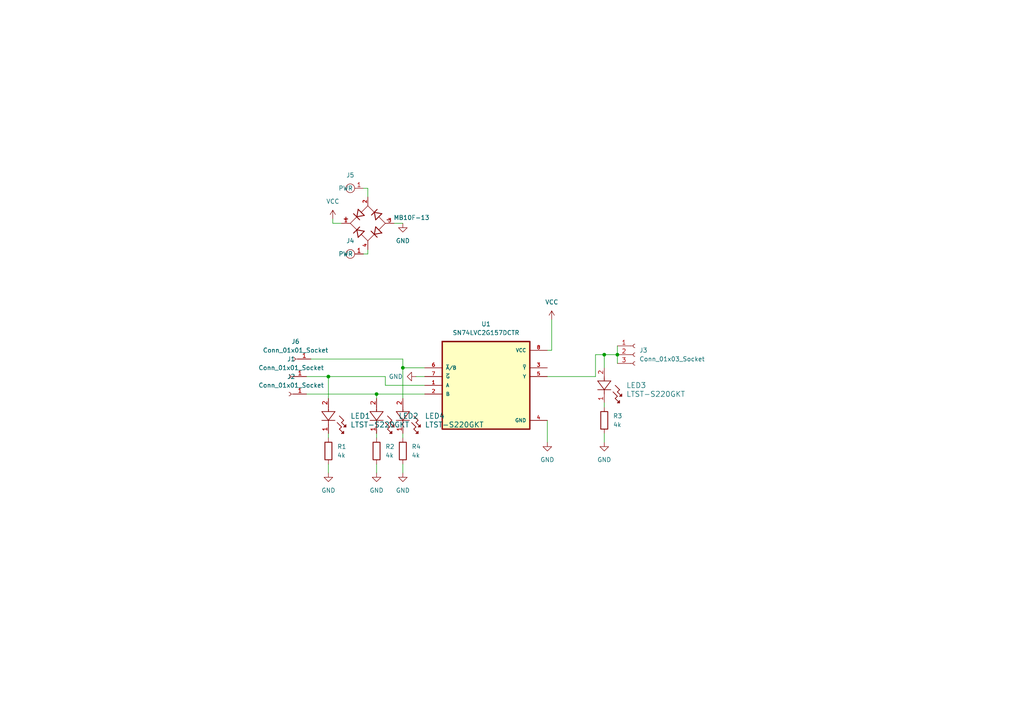
<source format=kicad_sch>
(kicad_sch (version 20230121) (generator eeschema)
  (paper "A4")
  (lib_symbols
    (symbol "Device:R" (pin_numbers hide) (pin_names (offset 0))
      (property "Reference" "R" (at 2.032 0 90))
      (property "Value" "R" (at 0 0 90))
      (symbol "R_0_1"
        (rectangle (start -1.016 -2.54) (end 1.016 2.54) (stroke (width 0.254)))
      )
      (symbol "R_1_1"
        (pin passive line (at 0 3.81 270) (length 1.27) (name "~") (number "1"))
        (pin passive line (at 0 -3.81 90) (length 1.27) (name "~") (number "2"))
      )
    )
    (symbol "DigitalLogicLibrary:8mm_snap" (in_bom no)
      (property "Reference" "J" (at 0 0 0))
      (symbol "8mm_snap_0_1"
        (circle (center 0 0) (radius 1.27))
      )
      (symbol "8mm_snap_1_1"
        (pin output line (at 3.81 0 180) (length 2.54) (name "PWR") (number "1"))
      )
    )
    (symbol "DigitalLogicLibrary:Conn_01x01_Socket" (pin_names (offset 1.016) hide)
      (property "Reference" "J" (at 0 2.54 0))
      (property "Value" "Conn_01x01_Socket" (at 0 -2.54 0))
      (symbol "Conn_01x01_Socket_1_1"
        (polyline (pts (xy -1.27 0) (xy -0.508 0)) (stroke (width 0.1524)))
        (arc (start 0 0.508) (mid -0.5058 0) (end 0 -0.508) (stroke (width 0.1524)))
        (pin passive line (at -5.08 0 0) (length 3.81) (name "Pin_1") (number "1"))
      )
    )
    (symbol "DigitalLogicLibrary:Conn_01x03_Socket" (pin_names (offset 1.016) hide)
      (property "Reference" "J" (at 0 5.08 0))
      (property "Value" "Conn_01x03_Socket" (at 0 -5.08 0))
      (symbol "Conn_01x03_Socket_1_1"
        (arc (start 0 -2.032) (mid -0.5058 -2.54) (end 0 -3.048) (stroke (width 0.1524)))
        (polyline (pts (xy -1.27 -2.54) (xy -0.508 -2.54)) (stroke (width 0.1524)))
        (polyline (pts (xy -1.27 0) (xy -0.508 0)) (stroke (width 0.1524)))
        (polyline (pts (xy -1.27 2.54) (xy -0.508 2.54)) (stroke (width 0.1524)))
        (arc (start 0 0.508) (mid -0.5058 0) (end 0 -0.508) (stroke (width 0.1524)))
        (arc (start 0 3.048) (mid -0.5058 2.54) (end 0 2.032) (stroke (width 0.1524)))
        (pin passive line (at -5.08 2.54 0) (length 3.81) (name "Pin_1") (number "1"))
        (pin passive line (at -5.08 0 0) (length 3.81) (name "Pin_2") (number "2"))
        (pin passive line (at -5.08 -2.54 0) (length 3.81) (name "Pin_3") (number "3"))
      )
    )
    (symbol "DigitalLogicLibrary:LTST-S220GKT" (pin_names (offset 0.254))
      (property "Reference" "LED" (at 5.08 -4.445 0))
      (property "Value" "LTST-S220GKT" (at 5.08 -7.62 0))
      (symbol "LTST-S220GKT_1_1"
        (polyline (pts (xy 2.54 0) (xy 3.4798 0)) (stroke (width 0.2032)))
        (polyline (pts (xy 3.175 0) (xy 3.81 0)) (stroke (width 0.2032)))
        (polyline (pts (xy 3.81 -1.905) (xy 6.35 0)) (stroke (width 0.2032)))
        (polyline (pts (xy 3.81 1.905) (xy 3.81 -1.905)) (stroke (width 0.2032)))
        (polyline (pts (xy 5.08 3.175) (xy 6.35 4.445)) (stroke (width 0.2032)))
        (polyline (pts (xy 6.35 -1.905) (xy 6.35 1.905)) (stroke (width 0.2032)))
        (polyline (pts (xy 6.35 0) (xy 3.81 1.905)) (stroke (width 0.2032)))
        (polyline (pts (xy 6.35 0) (xy 7.62 0)) (stroke (width 0.2032)))
        (polyline (pts (xy 6.35 4.445) (xy 6.985 3.81)) (stroke (width 0.2032)))
        (polyline (pts (xy 6.985 2.54) (xy 8.255 3.81)) (stroke (width 0.2032)))
        (polyline (pts (xy 6.985 3.81) (xy 8.255 5.08)) (stroke (width 0.2032)))
        (polyline (pts (xy 7.62 5.08) (xy 8.255 4.445)) (stroke (width 0.2032)))
        (polyline (pts (xy 8.255 3.81) (xy 8.89 3.175)) (stroke (width 0.2032)))
        (polyline (pts (xy 8.255 4.445) (xy 8.255 5.08)) (stroke (width 0.2032)))
        (polyline (pts (xy 8.255 5.08) (xy 7.62 5.08)) (stroke (width 0.2032)))
        (polyline (pts (xy 8.89 3.175) (xy 10.16 4.445)) (stroke (width 0.2032)))
        (polyline (pts (xy 9.525 4.445) (xy 10.16 3.81)) (stroke (width 0.2032)))
        (polyline (pts (xy 10.16 3.81) (xy 10.16 4.445)) (stroke (width 0.2032)))
        (polyline (pts (xy 10.16 4.445) (xy 9.525 4.445)) (stroke (width 0.2032)))
        (pin unspecified line (at 10.16 0 180) (length 2.54) (name "") (number "1"))
        (pin unspecified line (at 0 0 0) (length 2.54) (name "") (number "2"))
      )
      (symbol "LTST-S220GKT_1_2"
        (polyline (pts (xy -5.08 7.62) (xy -4.445 8.255)) (stroke (width 0.2032)))
        (polyline (pts (xy -5.08 8.255) (xy -5.08 7.62)) (stroke (width 0.2032)))
        (polyline (pts (xy -4.445 6.35) (xy -3.81 6.985)) (stroke (width 0.2032)))
        (polyline (pts (xy -4.445 8.255) (xy -5.08 8.255)) (stroke (width 0.2032)))
        (polyline (pts (xy -4.445 9.525) (xy -3.81 10.16)) (stroke (width 0.2032)))
        (polyline (pts (xy -4.445 10.16) (xy -4.445 9.525)) (stroke (width 0.2032)))
        (polyline (pts (xy -3.81 6.985) (xy -5.08 8.255)) (stroke (width 0.2032)))
        (polyline (pts (xy -3.81 8.255) (xy -3.175 8.89)) (stroke (width 0.2032)))
        (polyline (pts (xy -3.81 10.16) (xy -4.445 10.16)) (stroke (width 0.2032)))
        (polyline (pts (xy -3.175 5.08) (xy -4.445 6.35)) (stroke (width 0.2032)))
        (polyline (pts (xy -3.175 8.89) (xy -4.445 10.16)) (stroke (width 0.2032)))
        (polyline (pts (xy -2.54 6.985) (xy -3.81 8.255)) (stroke (width 0.2032)))
        (polyline (pts (xy -1.905 3.81) (xy 1.905 3.81)) (stroke (width 0.2032)))
        (polyline (pts (xy 0 2.54) (xy 0 3.4798)) (stroke (width 0.2032)))
        (polyline (pts (xy 0 3.175) (xy 0 3.81)) (stroke (width 0.2032)))
        (polyline (pts (xy 0 6.35) (xy -1.905 3.81)) (stroke (width 0.2032)))
        (polyline (pts (xy 0 6.35) (xy 0 7.62)) (stroke (width 0.2032)))
        (polyline (pts (xy 1.905 3.81) (xy 0 6.35)) (stroke (width 0.2032)))
        (polyline (pts (xy 1.905 6.35) (xy -1.905 6.35)) (stroke (width 0.2032)))
        (pin unspecified line (at 0 10.16 270) (length 2.54) (name "") (number "1"))
        (pin unspecified line (at 0 0 90) (length 2.54) (name "") (number "2"))
      )
    )
    (symbol "DigitalLogicLibrary:MB10F-13" (pin_names (offset 1.016))
      (property "Reference" "D" (at 5.08 5.08 0))
      (property "Value" "MB10F-13" (at 5.08 -7.62 0))
      (symbol "MB10F-13_0_0"
        (polyline (pts (xy -6.858 1.27) (xy -5.842 1.27)) (stroke (width 0.254)))
        (polyline (pts (xy -6.35 0.762) (xy -6.35 1.778)) (stroke (width 0.254)))
        (polyline (pts (xy -5.08 0) (xy -3.175 -1.905)) (stroke (width 0.1524)))
        (polyline (pts (xy -3.175 -1.905) (xy -2.794 -4.064)) (stroke (width 0.254)))
        (polyline (pts (xy -3.175 -1.905) (xy -1.016 -2.286)) (stroke (width 0.254)))
        (polyline (pts (xy -3.175 1.905) (xy -5.08 0)) (stroke (width 0.1524)))
        (polyline (pts (xy -3.175 1.905) (xy -2.794 4.064)) (stroke (width 0.254)))
        (polyline (pts (xy -3.175 1.905) (xy -1.016 2.286)) (stroke (width 0.254)))
        (polyline (pts (xy -2.3622 -1.0668) (xy -4.1402 -2.8448)) (stroke (width 0.254)))
        (polyline (pts (xy -2.3622 1.016) (xy -4.1402 2.794)) (stroke (width 0.254)))
        (polyline (pts (xy -1.016 -2.286) (xy -2.794 -4.064)) (stroke (width 0.254)))
        (polyline (pts (xy -1.016 2.286) (xy -2.794 4.064)) (stroke (width 0.254)))
        (polyline (pts (xy 0 -5.08) (xy -1.8034 -3.2766)) (stroke (width 0.1524)))
        (polyline (pts (xy 0 -5.08) (xy 1.905 -3.175)) (stroke (width 0.1524)))
        (polyline (pts (xy 0 5.08) (xy -1.8034 3.2766)) (stroke (width 0.1524)))
        (polyline (pts (xy 1.905 -3.175) (xy 2.286 -1.016)) (stroke (width 0.254)))
        (polyline (pts (xy 1.905 -3.175) (xy 4.064 -2.794)) (stroke (width 0.254)))
        (polyline (pts (xy 1.905 3.175) (xy 0 5.08)) (stroke (width 0.1524)))
        (polyline (pts (xy 1.905 3.175) (xy 2.286 1.016)) (stroke (width 0.254)))
        (polyline (pts (xy 1.905 3.175) (xy 4.064 2.794)) (stroke (width 0.254)))
        (polyline (pts (xy 2.7178 -4.0386) (xy 0.9398 -2.2606)) (stroke (width 0.254)))
        (polyline (pts (xy 2.7178 4.0386) (xy 1.0668 2.3876)) (stroke (width 0.254)))
        (polyline (pts (xy 3.2766 -1.8034) (xy 5.08 0)) (stroke (width 0.1524)))
        (polyline (pts (xy 4.064 -2.794) (xy 2.286 -1.016)) (stroke (width 0.254)))
        (polyline (pts (xy 4.064 2.794) (xy 2.286 1.016)) (stroke (width 0.254)))
        (polyline (pts (xy 5.08 0) (xy 3.2766 1.8034)) (stroke (width 0.1524)))
        (polyline (pts (xy 5.588 1.016) (xy 6.604 1.016)) (stroke (width 0.254)))
        (pin passive line (at -7.62 0 0) (length 2.54) (name "~") (number "1"))
        (pin passive line (at 0 7.62 270) (length 2.54) (name "~") (number "2"))
        (pin passive line (at 7.62 0 180) (length 2.54) (name "~") (number "3"))
        (pin passive line (at 0 -7.62 90) (length 2.54) (name "~") (number "4"))
      )
    )
    (symbol "DigitalLogicLibrary:SN74LVC2G157DCTR" (pin_names (offset 1.016))
      (property "Reference" "U" (at -12.7 13.7 0))
      (property "Value" "SN74LVC2G157DCTR" (at -12.7 -16.7 0))
      (symbol "SN74LVC2G157DCTR_0_0"
        (rectangle (start -12.7 -12.7) (end 12.7 12.7) (stroke (width 0.41)) (fill (type background)))
        (pin input line (at -17.78 0 0) (length 5.08) (name "A") (number "1"))
        (pin input line (at -17.78 -2.54 0) (length 5.08) (name "B") (number "2"))
        (pin output line (at 17.78 5.08 180) (length 5.08) (name "~{Y}") (number "3"))
        (pin power_in line (at 17.78 -10.16 180) (length 5.08) (name "GND") (number "4"))
        (pin output line (at 17.78 2.54 180) (length 5.08) (name "Y") (number "5"))
        (pin input line (at -17.78 5.08 0) (length 5.08) (name "~{A}/B") (number "6"))
        (pin input line (at -17.78 2.54 0) (length 5.08) (name "~{G}") (number "7"))
        (pin power_in line (at 17.78 10.16 180) (length 5.08) (name "VCC") (number "8"))
      )
    )
    (symbol "power:GND" (power) (pin_names (offset 0))
      (property "Value" "GND" (at 0 -3.81 0))
      (symbol "GND_0_1"
        (polyline (pts (xy 0 0) (xy 0 -1.27) (xy 1.27 -1.27) (xy 0 -2.54) (xy -1.27 -1.27) (xy 0 -1.27)))
      )
      (symbol "GND_1_1"
        (pin power_in line (at 0 0 270) (length 0) hide (name "GND") (number "1"))
      )
    )
    (symbol "power:VCC" (power) (pin_names (offset 0))
      (property "Value" "VCC" (at 0 3.81 0))
      (symbol "VCC_0_1"
        (polyline (pts (xy -0.762 1.27) (xy 0 2.54)))
        (polyline (pts (xy 0 0) (xy 0 2.54)))
        (polyline (pts (xy 0 2.54) (xy 0.762 1.27)))
      )
      (symbol "VCC_1_1"
        (pin power_in line (at 0 0 90) (length 0) hide (name "VCC") (number "1"))
      )
    )
  )
  (junction (at 175.26 102.87))
  (junction (at 95.25 109.22))
  (junction (at 179.07 102.87))
  (junction (at 109.22 114.3))
  (junction (at 116.84 106.68))
  (wire (pts (xy 179.07 102.87) (xy 179.07 105.41)))
  (wire (pts (xy 106.68 72.39) (xy 106.68 73.66)))
  (wire (pts (xy 109.22 114.3) (xy 123.19 114.3)))
  (wire (pts (xy 95.25 109.22) (xy 95.25 115.57)))
  (wire (pts (xy 116.84 104.14) (xy 116.84 106.68)))
  (wire (pts (xy 175.26 116.84) (xy 175.26 118.11)))
  (wire (pts (xy 175.26 125.73) (xy 175.26 128.27)))
  (wire (pts (xy 96.52 63.5) (xy 96.52 64.77)))
  (wire (pts (xy 160.02 92.71) (xy 160.02 101.6)))
  (wire (pts (xy 95.25 109.22) (xy 111.76 109.22)))
  (wire (pts (xy 88.9 114.3) (xy 109.22 114.3)))
  (wire (pts (xy 90.17 104.14) (xy 116.84 104.14)))
  (wire (pts (xy 116.84 134.62) (xy 116.84 137.16)))
  (wire (pts (xy 109.22 125.73) (xy 109.22 127)))
  (wire (pts (xy 105.41 54.61) (xy 106.68 54.61)))
  (wire (pts (xy 175.26 102.87) (xy 175.26 106.68)))
  (wire (pts (xy 114.3 64.77) (xy 116.84 64.77)))
  (wire (pts (xy 116.84 106.68) (xy 123.19 106.68)))
  (wire (pts (xy 172.72 102.87) (xy 175.26 102.87)))
  (wire (pts (xy 179.07 100.33) (xy 179.07 102.87)))
  (wire (pts (xy 160.02 101.6) (xy 158.75 101.6)))
  (wire (pts (xy 111.76 111.76) (xy 111.76 109.22)))
  (wire (pts (xy 120.65 109.22) (xy 123.19 109.22)))
  (wire (pts (xy 96.52 64.77) (xy 99.06 64.77)))
  (wire (pts (xy 106.68 73.66) (xy 105.41 73.66)))
  (wire (pts (xy 158.75 109.22) (xy 172.72 109.22)))
  (wire (pts (xy 109.22 134.62) (xy 109.22 137.16)))
  (wire (pts (xy 88.9 109.22) (xy 95.25 109.22)))
  (wire (pts (xy 123.19 111.76) (xy 111.76 111.76)))
  (wire (pts (xy 95.25 125.73) (xy 95.25 127)))
  (wire (pts (xy 158.75 121.92) (xy 158.75 128.27)))
  (wire (pts (xy 172.72 109.22) (xy 172.72 102.87)))
  (wire (pts (xy 116.84 106.68) (xy 116.84 115.57)))
  (wire (pts (xy 116.84 125.73) (xy 116.84 127)))
  (wire (pts (xy 109.22 114.3) (xy 109.22 115.57)))
  (wire (pts (xy 95.25 134.62) (xy 95.25 137.16)))
  (wire (pts (xy 175.26 102.87) (xy 179.07 102.87)))
  (wire (pts (xy 106.68 54.61) (xy 106.68 57.15)))
  (symbol (lib_id "power:GND") (at 158.75 128.27 0) (unit 1)
    (property "Reference" "#PWR04" (effects hide))
    (property "Value" "GND" (at 158.75 133.35 0))
  )
  (symbol (lib_id "DigitalLogicLibrary:SN74LVC2G157DCTR") (at 140.97 111.76 0) (unit 1)
    (property "Reference" "U1" (at 140.97 93.98 0))
    (property "Value" "SN74LVC2G157DCTR" (at 140.97 96.52 0))
    (property "Footprint" "DigitalLogicFootprints:SOP65P400X130-8N" (effects hide))
    (property "MF" "Texas Instruments" (effects hide))
    (property "Description" "\nSingle 2-Line to 1-Line Data Selector/Multiplexer\n" (effects hide))
    (property "Package" "SSOP-8 Texas Instruments" (effects hide))
    (property "Price" "None" (effects hide))
    (property "SnapEDA_Link" "https://www.snapeda.com/parts/SN74LVC2G157DCTR/Texas+Instruments/view-part/?ref=snap" (effects hide))
    (property "MP" "SN74LVC2G157DCTR" (effects hide))
    (property "Availability" "In Stock" (effects hide))
    (property "Check_prices" "https://www.snapeda.com/parts/SN74LVC2G157DCTR/Texas+Instruments/view-part/?ref=eda" (effects hide))
  )
  (symbol (lib_id "DigitalLogicLibrary:LTST-S220GKT") (at 175.26 106.68 270) (unit 1)
    (property "Reference" "LED3" (at 181.61 111.76 90) (effects (font (size 1.524 1.524)) (justify left)))
    (property "Value" "LTST-S220GKT" (at 181.61 114.3 90) (effects (font (size 1.524 1.524)) (justify left)))
    (property "Footprint" "LED_LTST-S220GKT_LTO" (effects hide))
    (property "Datasheet" "LTST-S220GKT" (effects hide))
  )
  (symbol (lib_id "DigitalLogicLibrary:LTST-S220GKT") (at 116.84 115.57 270) (unit 1)
    (property "Reference" "LED4" (at 123.19 120.65 90) (effects (font (size 1.524 1.524)) (justify left)))
    (property "Value" "LTST-S220GKT" (at 123.19 123.19 90) (effects (font (size 1.524 1.524)) (justify left)))
    (property "Footprint" "LED_LTST-S220GKT_LTO" (effects hide))
    (property "Datasheet" "LTST-S220GKT" (effects hide))
  )
  (symbol (lib_id "power:GND") (at 95.25 137.16 0) (unit 1)
    (property "Reference" "#PWR05" (effects hide))
    (property "Value" "GND" (at 95.25 142.24 0))
  )
  (symbol (lib_id "DigitalLogicLibrary:Conn_01x03_Socket") (at 184.15 102.87 0) (unit 1)
    (property "Reference" "J3" (at 185.42 101.6 0) (effects (justify left)))
    (property "Value" "Conn_01x03_Socket" (at 185.42 104.14 0) (effects (justify left)))
    (property "Footprint" "Connector_PinSocket_2.54mm:PinSocket_1x03_P2.54mm_Vertical" (effects hide))
  )
  (symbol (lib_id "DigitalLogicLibrary:Conn_01x01_Socket") (at 85.09 104.14 180) (unit 1)
    (property "Reference" "J6" (at 85.725 99.06 0))
    (property "Value" "Conn_01x01_Socket" (at 85.725 101.6 0))
    (property "Footprint" "Connector_PinSocket_2.54mm:PinSocket_1x01_P2.54mm_Vertical" (effects hide))
  )
  (symbol (lib_id "DigitalLogicLibrary:Conn_01x01_Socket") (at 83.82 114.3 180) (unit 1)
    (property "Reference" "J2" (at 84.455 109.22 0))
    (property "Value" "Conn_01x01_Socket" (at 84.455 111.76 0))
    (property "Footprint" "Connector_PinSocket_2.54mm:PinSocket_1x01_P2.54mm_Vertical" (effects hide))
  )
  (symbol (lib_id "DigitalLogicLibrary:LTST-S220GKT") (at 109.22 115.57 270) (unit 1)
    (property "Reference" "LED2" (at 115.57 120.65 90) (effects (font (size 1.524 1.524)) (justify left)))
    (property "Value" "LTST-S220GKT" (effects hide))
    (property "Footprint" "LED_LTST-S220GKT_LTO" (effects hide))
    (property "Datasheet" "LTST-S220GKT" (effects hide))
  )
  (symbol (lib_id "power:VCC") (at 96.52 63.5 0) (unit 1)
    (property "Reference" "#PWR01" (effects hide))
    (property "Value" "VCC" (at 96.52 58.42 0))
  )
  (symbol (lib_id "power:GND") (at 120.65 109.22 270) (unit 1)
    (property "Reference" "#PWR09" (effects hide))
    (property "Value" "GND" (at 116.84 109.22 90) (effects (justify right)))
  )
  (symbol (lib_id "power:GND") (at 175.26 128.27 0) (unit 1)
    (property "Reference" "#PWR07" (effects hide))
    (property "Value" "GND" (at 175.26 133.35 0))
  )
  (symbol (lib_id "DigitalLogicLibrary:8mm_snap") (at 101.6 54.61 0) (unit 1) (in_bom no)
    (property "Reference" "J5" (at 101.6 50.8 0))
    (property "Value" "~" (at 101.6 54.61 0))
    (property "Footprint" "DigitalLogicFootprints:8mm-snap" (effects hide))
  )
  (symbol (lib_id "power:GND") (at 116.84 64.77 0) (unit 1)
    (property "Reference" "#PWR02" (effects hide))
    (property "Value" "GND" (at 116.84 69.85 0))
  )
  (symbol (lib_id "DigitalLogicLibrary:LTST-S220GKT") (at 95.25 115.57 270) (unit 1)
    (property "Reference" "LED1" (at 101.6 120.65 90) (effects (font (size 1.524 1.524)) (justify left)))
    (property "Value" "LTST-S220GKT" (at 101.6 123.19 90) (effects (font (size 1.524 1.524)) (justify left)))
    (property "Footprint" "LED_LTST-S220GKT_LTO" (effects hide))
    (property "Datasheet" "LTST-S220GKT" (effects hide))
  )
  (symbol (lib_id "Device:R") (at 95.25 130.81 0) (unit 1)
    (property "Reference" "R1" (at 97.79 129.54 0) (effects (justify left)))
    (property "Value" "4k" (at 97.79 132.08 0) (effects (justify left)))
    (property "Footprint" "Resistor_SMD:R_0805_2012Metric_Pad1.20x1.40mm_HandSolder" (effects hide))
  )
  (symbol (lib_id "power:GND") (at 109.22 137.16 0) (unit 1)
    (property "Reference" "#PWR06" (effects hide))
    (property "Value" "GND" (at 109.22 142.24 0))
  )
  (symbol (lib_id "DigitalLogicLibrary:Conn_01x01_Socket") (at 83.82 109.22 180) (unit 1)
    (property "Reference" "J1" (at 84.455 104.14 0))
    (property "Value" "Conn_01x01_Socket" (at 84.455 106.68 0))
    (property "Footprint" "Connector_PinSocket_2.54mm:PinSocket_1x01_P2.54mm_Vertical" (effects hide))
  )
  (symbol (lib_id "power:VCC") (at 160.02 92.71 0) (unit 1)
    (property "Reference" "#PWR03" (effects hide))
    (property "Value" "VCC" (at 160.02 87.63 0))
  )
  (symbol (lib_id "power:GND") (at 116.84 137.16 0) (unit 1)
    (property "Reference" "#PWR08" (effects hide))
    (property "Value" "GND" (at 116.84 142.24 0))
  )
  (symbol (lib_id "DigitalLogicLibrary:MB10F-13") (at 106.68 64.77 0) (unit 1)
    (property "Reference" "D1" (effects hide))
    (property "Value" "MB10F-13" (at 119.38 63.1191 0))
    (property "Footprint" "DigitalLogicFootprints:DIOB_MB10F-13" (effects hide))
    (property "MF" "Diodes Zetex" (effects hide))
    (property "MAXIMUM_PACKAGE_HEIGHT" "1.8 mm" (effects hide))
    (property "Package" "None" (effects hide))
    (property "Price" "None" (effects hide))
    (property "Check_prices" "https://www.snapeda.com/parts/MB10F-13/Zetex/view-part/?ref=eda" (effects hide))
    (property "STANDARD" "Manufacturer Recommendations" (effects hide))
    (property "PARTREV" "3 - 2" (effects hide))
    (property "SnapEDA_Link" "https://www.snapeda.com/parts/MB10F-13/Zetex/view-part/?ref=snap" (effects hide))
    (property "MP" "MB10F-13" (effects hide))
    (property "Purchase-URL" "https://www.snapeda.com/api/url_track_click_mouser/?unipart_id=6347924&manufacturer=Diodes Zetex&part_name=MB10F-13&search_term=mb10f" (effects hide))
    (property "Description" "\nRectifier Bridge Diode Single 1KV 0.8A 4-Pin MBF T/R\n" (effects hide))
    (property "Availability" "In Stock" (effects hide))
    (property "MANUFACTURER" "Diodes Inc." (effects hide))
  )
  (symbol (lib_id "Device:R") (at 109.22 130.81 0) (unit 1)
    (property "Reference" "R2" (at 111.76 129.54 0) (effects (justify left)))
    (property "Value" "4k" (at 111.76 132.08 0) (effects (justify left)))
    (property "Footprint" "Resistor_SMD:R_0805_2012Metric_Pad1.20x1.40mm_HandSolder" (effects hide))
  )
  (symbol (lib_id "DigitalLogicLibrary:8mm_snap") (at 101.6 73.66 0) (unit 1) (in_bom no)
    (property "Reference" "J4" (at 101.6 69.85 0))
    (property "Value" "~" (at 101.6 73.66 0))
    (property "Footprint" "DigitalLogicFootprints:8mm-snap" (effects hide))
  )
  (symbol (lib_id "Device:R") (at 116.84 130.81 0) (unit 1)
    (property "Reference" "R4" (at 119.38 129.54 0) (effects (justify left)))
    (property "Value" "4k" (at 119.38 132.08 0) (effects (justify left)))
    (property "Footprint" "Resistor_SMD:R_0805_2012Metric_Pad1.20x1.40mm_HandSolder" (effects hide))
  )
  (symbol (lib_id "Device:R") (at 175.26 121.92 0) (unit 1)
    (property "Reference" "R3" (at 177.8 120.65 0) (effects (justify left)))
    (property "Value" "4k" (at 177.8 123.19 0) (effects (justify left)))
    (property "Footprint" "Resistor_SMD:R_0805_2012Metric_Pad1.20x1.40mm_HandSolder" (effects hide))
  )
)
</source>
